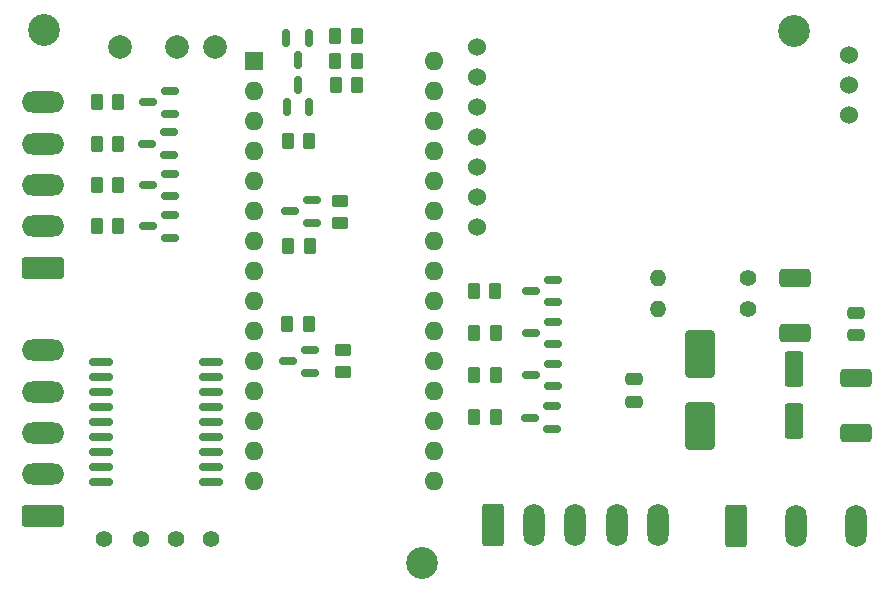
<source format=gbr>
%TF.GenerationSoftware,KiCad,Pcbnew,7.0.0-rc1-unknown-00d77f624a~164~ubuntu22.04.1*%
%TF.CreationDate,2023-01-15T10:56:32+01:00*%
%TF.ProjectId,lora-nano,6c6f7261-2d6e-4616-9e6f-2e6b69636164,rev?*%
%TF.SameCoordinates,Original*%
%TF.FileFunction,Soldermask,Top*%
%TF.FilePolarity,Negative*%
%FSLAX46Y46*%
G04 Gerber Fmt 4.6, Leading zero omitted, Abs format (unit mm)*
G04 Created by KiCad (PCBNEW 7.0.0-rc1-unknown-00d77f624a~164~ubuntu22.04.1) date 2023-01-15 10:56:32*
%MOMM*%
%LPD*%
G01*
G04 APERTURE LIST*
G04 Aperture macros list*
%AMRoundRect*
0 Rectangle with rounded corners*
0 $1 Rounding radius*
0 $2 $3 $4 $5 $6 $7 $8 $9 X,Y pos of 4 corners*
0 Add a 4 corners polygon primitive as box body*
4,1,4,$2,$3,$4,$5,$6,$7,$8,$9,$2,$3,0*
0 Add four circle primitives for the rounded corners*
1,1,$1+$1,$2,$3*
1,1,$1+$1,$4,$5*
1,1,$1+$1,$6,$7*
1,1,$1+$1,$8,$9*
0 Add four rect primitives between the rounded corners*
20,1,$1+$1,$2,$3,$4,$5,0*
20,1,$1+$1,$4,$5,$6,$7,0*
20,1,$1+$1,$6,$7,$8,$9,0*
20,1,$1+$1,$8,$9,$2,$3,0*%
G04 Aperture macros list end*
%ADD10RoundRect,0.150000X0.875000X0.150000X-0.875000X0.150000X-0.875000X-0.150000X0.875000X-0.150000X0*%
%ADD11RoundRect,0.250000X0.262500X0.450000X-0.262500X0.450000X-0.262500X-0.450000X0.262500X-0.450000X0*%
%ADD12C,2.700000*%
%ADD13RoundRect,0.150000X0.587500X0.150000X-0.587500X0.150000X-0.587500X-0.150000X0.587500X-0.150000X0*%
%ADD14RoundRect,0.250000X-0.650000X-1.550000X0.650000X-1.550000X0.650000X1.550000X-0.650000X1.550000X0*%
%ADD15O,1.800000X3.600000*%
%ADD16RoundRect,0.250000X1.550000X-0.650000X1.550000X0.650000X-1.550000X0.650000X-1.550000X-0.650000X0*%
%ADD17O,3.600000X1.800000*%
%ADD18C,1.400000*%
%ADD19O,1.400000X1.400000*%
%ADD20RoundRect,0.250000X0.450000X-0.262500X0.450000X0.262500X-0.450000X0.262500X-0.450000X-0.262500X0*%
%ADD21RoundRect,0.250000X-0.475000X0.250000X-0.475000X-0.250000X0.475000X-0.250000X0.475000X0.250000X0*%
%ADD22RoundRect,0.150000X-0.150000X0.587500X-0.150000X-0.587500X0.150000X-0.587500X0.150000X0.587500X0*%
%ADD23C,2.000000*%
%ADD24RoundRect,0.150000X0.150000X-0.587500X0.150000X0.587500X-0.150000X0.587500X-0.150000X-0.587500X0*%
%ADD25RoundRect,0.250000X-0.262500X-0.450000X0.262500X-0.450000X0.262500X0.450000X-0.262500X0.450000X0*%
%ADD26RoundRect,0.249999X-1.075001X0.512501X-1.075001X-0.512501X1.075001X-0.512501X1.075001X0.512501X0*%
%ADD27RoundRect,0.250000X0.475000X-0.250000X0.475000X0.250000X-0.475000X0.250000X-0.475000X-0.250000X0*%
%ADD28RoundRect,0.250000X-1.000000X1.750000X-1.000000X-1.750000X1.000000X-1.750000X1.000000X1.750000X0*%
%ADD29C,1.524000*%
%ADD30R,1.600000X1.600000*%
%ADD31O,1.600000X1.600000*%
%ADD32RoundRect,0.250000X-0.550000X1.250000X-0.550000X-1.250000X0.550000X-1.250000X0.550000X1.250000X0*%
G04 APERTURE END LIST*
D10*
%TO.C,U2*%
X130488500Y-115542572D03*
X130488500Y-114272572D03*
X130488500Y-113002572D03*
X130488500Y-111732572D03*
X130488500Y-110462572D03*
X130488500Y-109192572D03*
X130488500Y-107922572D03*
X130488500Y-106652572D03*
X130488500Y-105382572D03*
X121188500Y-105382572D03*
X121188500Y-106652572D03*
X121188500Y-107922572D03*
X121188500Y-109192572D03*
X121188500Y-110462572D03*
X121188500Y-111732572D03*
X121188500Y-113002572D03*
X121188500Y-114272572D03*
X121188500Y-115542572D03*
%TD*%
D11*
%TO.C,R18*%
X154525000Y-99366572D03*
X152700000Y-99366572D03*
%TD*%
D12*
%TO.C,REF\u002A\u002A*%
X179800000Y-77400000D03*
%TD*%
D13*
%TO.C,D8*%
X159351000Y-111045572D03*
X159351000Y-109145572D03*
X157476000Y-110095572D03*
%TD*%
%TO.C,Q1*%
X139001000Y-93585572D03*
X139001000Y-91685572D03*
X137126000Y-92635572D03*
%TD*%
%TO.C,D15*%
X126937500Y-87850000D03*
X126937500Y-85950000D03*
X125062500Y-86900000D03*
%TD*%
%TO.C,D12*%
X126966000Y-84350000D03*
X126966000Y-82450000D03*
X125091000Y-83400000D03*
%TD*%
D14*
%TO.C,J2*%
X154300000Y-119208572D03*
D15*
X157799999Y-119208571D03*
X161299999Y-119208571D03*
X164799999Y-119208571D03*
X168299999Y-119208571D03*
%TD*%
D16*
%TO.C,J3*%
X116200000Y-118408572D03*
D17*
X116199999Y-114908571D03*
X116199999Y-111408571D03*
X116199999Y-107908571D03*
X116199999Y-104408571D03*
%TD*%
D18*
%TO.C,R14*%
X175920000Y-98300000D03*
D19*
X168299999Y-98299999D03*
%TD*%
D20*
%TO.C,R5*%
X141600000Y-106224572D03*
X141600000Y-104399572D03*
%TD*%
D13*
%TO.C,D9*%
X159448000Y-107428572D03*
X159448000Y-105528572D03*
X157573000Y-106478572D03*
%TD*%
D18*
%TO.C,SDA*%
X127500000Y-120400000D03*
%TD*%
D13*
%TO.C,Q2*%
X138874000Y-106285572D03*
X138874000Y-104385572D03*
X136999000Y-105335572D03*
%TD*%
D21*
%TO.C,C1*%
X166300000Y-106850000D03*
X166300000Y-108750000D03*
%TD*%
D11*
%TO.C,R12*%
X142800000Y-79900000D03*
X140975000Y-79900000D03*
%TD*%
D20*
%TO.C,R6*%
X141400000Y-93600000D03*
X141400000Y-91775000D03*
%TD*%
D22*
%TO.C,Q3*%
X138750000Y-77925000D03*
X136850000Y-77925000D03*
X137800000Y-79800000D03*
%TD*%
D23*
%TO.C,GND*%
X122800000Y-78700000D03*
%TD*%
D18*
%TO.C,R13*%
X175900000Y-100900000D03*
D19*
X168279999Y-100899999D03*
%TD*%
D11*
%TO.C,R17*%
X154572000Y-102951572D03*
X152747000Y-102951572D03*
%TD*%
%TO.C,R16*%
X154572000Y-106478572D03*
X152747000Y-106478572D03*
%TD*%
D24*
%TO.C,Q4*%
X136900000Y-83800000D03*
X138800000Y-83800000D03*
X137850000Y-81925000D03*
%TD*%
D25*
%TO.C,R9*%
X136999000Y-95556572D03*
X138824000Y-95556572D03*
%TD*%
D12*
%TO.C,REF\u002A\u002A*%
X116300000Y-77300000D03*
%TD*%
D11*
%TO.C,R11*%
X142841000Y-81900000D03*
X141016000Y-81900000D03*
%TD*%
D26*
%TO.C,D5*%
X179900000Y-98262500D03*
X179900000Y-102937500D03*
%TD*%
D14*
%TO.C,J4*%
X174920000Y-119305572D03*
D15*
X179999999Y-119305571D03*
X185079999Y-119305571D03*
%TD*%
D13*
%TO.C,D14*%
X126966000Y-91350000D03*
X126966000Y-89450000D03*
X125091000Y-90400000D03*
%TD*%
D25*
%TO.C,R2*%
X120800000Y-86900000D03*
X122625000Y-86900000D03*
%TD*%
D26*
%TO.C,D6*%
X185100000Y-106762500D03*
X185100000Y-111437500D03*
%TD*%
D25*
%TO.C,R7*%
X140987500Y-77800000D03*
X142812500Y-77800000D03*
%TD*%
D12*
%TO.C,REF\u002A\u002A*%
X148300000Y-122400000D03*
%TD*%
D18*
%TO.C,+5V*%
X121400000Y-120400000D03*
%TD*%
D23*
%TO.C,TXD*%
X130800000Y-78700000D03*
%TD*%
D13*
%TO.C,D11*%
X159448000Y-100316572D03*
X159448000Y-98416572D03*
X157573000Y-99366572D03*
%TD*%
D25*
%TO.C,R8*%
X136975000Y-86700000D03*
X138800000Y-86700000D03*
%TD*%
D13*
%TO.C,D10*%
X159448000Y-103872572D03*
X159448000Y-101972572D03*
X157573000Y-102922572D03*
%TD*%
D16*
%TO.C,J1*%
X116200000Y-97408572D03*
D17*
X116199999Y-93908571D03*
X116199999Y-90408571D03*
X116199999Y-86908571D03*
X116199999Y-83408571D03*
%TD*%
D11*
%TO.C,R15*%
X154572000Y-110034572D03*
X152747000Y-110034572D03*
%TD*%
D27*
%TO.C,C4*%
X185100000Y-103100000D03*
X185100000Y-101200000D03*
%TD*%
D28*
%TO.C,C2*%
X171900000Y-104700000D03*
X171900000Y-110800000D03*
%TD*%
D29*
%TO.C,U1*%
X152967000Y-78700000D03*
X152967000Y-81240000D03*
X152967000Y-83780000D03*
X152967000Y-86320000D03*
X152967000Y-88860000D03*
X152967000Y-91400000D03*
X152967000Y-93940000D03*
X184467000Y-84480000D03*
X184467000Y-81940000D03*
X184467000Y-79400000D03*
%TD*%
D13*
%TO.C,D13*%
X126966000Y-94850000D03*
X126966000Y-92950000D03*
X125091000Y-93900000D03*
%TD*%
D18*
%TO.C,GND*%
X130500000Y-120400000D03*
%TD*%
D25*
%TO.C,R4*%
X120775000Y-93900000D03*
X122600000Y-93900000D03*
%TD*%
D18*
%TO.C,SCL*%
X124500000Y-120400000D03*
%TD*%
D23*
%TO.C,RXD*%
X127600000Y-78700000D03*
%TD*%
D25*
%TO.C,R10*%
X136900000Y-102200000D03*
X138725000Y-102200000D03*
%TD*%
%TO.C,R3*%
X120775000Y-90400000D03*
X122600000Y-90400000D03*
%TD*%
D30*
%TO.C,A1*%
X134087999Y-79935571D03*
D31*
X134087999Y-82475571D03*
X134087999Y-85015571D03*
X134087999Y-87555571D03*
X134087999Y-90095571D03*
X134087999Y-92635571D03*
X134087999Y-95175571D03*
X134087999Y-97715571D03*
X134087999Y-100255571D03*
X134087999Y-102795571D03*
X134087999Y-105335571D03*
X134087999Y-107875571D03*
X134087999Y-110415571D03*
X134087999Y-112955571D03*
X134087999Y-115495571D03*
X149327999Y-115495571D03*
X149327999Y-112955571D03*
X149327999Y-110415571D03*
X149327999Y-107875571D03*
X149327999Y-105335571D03*
X149327999Y-102795571D03*
X149327999Y-100255571D03*
X149327999Y-97715571D03*
X149327999Y-95175571D03*
X149327999Y-92635571D03*
X149327999Y-90095571D03*
X149327999Y-87555571D03*
X149327999Y-85015571D03*
X149327999Y-82475571D03*
X149327999Y-79935571D03*
%TD*%
D25*
%TO.C,R1*%
X120787500Y-83400000D03*
X122612500Y-83400000D03*
%TD*%
D32*
%TO.C,C3*%
X179800000Y-106000000D03*
X179800000Y-110400000D03*
%TD*%
M02*

</source>
